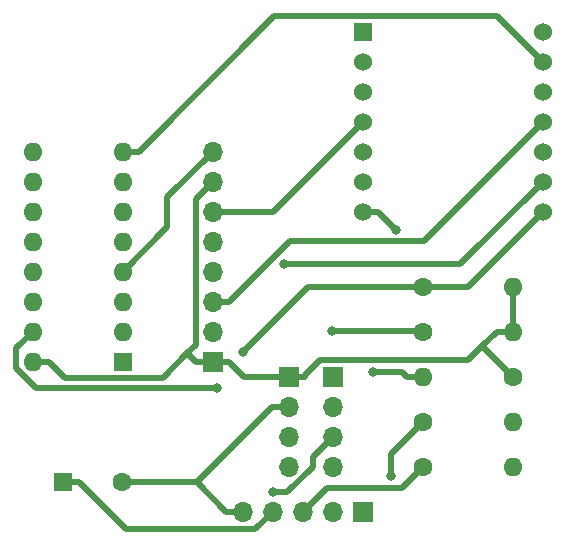
<source format=gtl>
%TF.GenerationSoftware,KiCad,Pcbnew,7.0.7*%
%TF.CreationDate,2024-02-28T11:46:36+01:00*%
%TF.ProjectId,brick_test,62726963-6b5f-4746-9573-742e6b696361,rev?*%
%TF.SameCoordinates,Original*%
%TF.FileFunction,Copper,L1,Top*%
%TF.FilePolarity,Positive*%
%FSLAX46Y46*%
G04 Gerber Fmt 4.6, Leading zero omitted, Abs format (unit mm)*
G04 Created by KiCad (PCBNEW 7.0.7) date 2024-02-28 11:46:36*
%MOMM*%
%LPD*%
G01*
G04 APERTURE LIST*
%TA.AperFunction,ComponentPad*%
%ADD10C,1.600000*%
%TD*%
%TA.AperFunction,ComponentPad*%
%ADD11O,1.600000X1.600000*%
%TD*%
%TA.AperFunction,ComponentPad*%
%ADD12R,1.700000X1.700000*%
%TD*%
%TA.AperFunction,ComponentPad*%
%ADD13O,1.700000X1.700000*%
%TD*%
%TA.AperFunction,ComponentPad*%
%ADD14R,1.530000X1.530000*%
%TD*%
%TA.AperFunction,ComponentPad*%
%ADD15C,1.530000*%
%TD*%
%TA.AperFunction,ComponentPad*%
%ADD16R,1.600000X1.600000*%
%TD*%
%TA.AperFunction,ViaPad*%
%ADD17C,0.800000*%
%TD*%
%TA.AperFunction,Conductor*%
%ADD18C,0.500000*%
%TD*%
G04 APERTURE END LIST*
D10*
X63500000Y-58420000D03*
D11*
X71120000Y-58420000D03*
D10*
X63500000Y-69850000D03*
D11*
X71120000Y-69850000D03*
D12*
X58420000Y-73660000D03*
D13*
X55880000Y-73660000D03*
X53340000Y-73660000D03*
X50800000Y-73660000D03*
X48260000Y-73660000D03*
D12*
X45720000Y-60960000D03*
D13*
X45720000Y-58420000D03*
X45720000Y-55880000D03*
X45720000Y-53340000D03*
X45720000Y-50800000D03*
X45720000Y-48260000D03*
X45720000Y-45720000D03*
X45720000Y-43180000D03*
D10*
X63500000Y-66040000D03*
D11*
X71120000Y-66040000D03*
D12*
X55880000Y-62230000D03*
D13*
X55880000Y-64770000D03*
X55880000Y-67310000D03*
X55880000Y-69850000D03*
D12*
X52146700Y-62230000D03*
D13*
X52146700Y-64770000D03*
X52146700Y-67310000D03*
X52146700Y-69850000D03*
D14*
X58420000Y-33020000D03*
D15*
X58420000Y-35560000D03*
X58420000Y-38100000D03*
X58420000Y-40640000D03*
X58420000Y-43180000D03*
X58420000Y-45720000D03*
X58420000Y-48260000D03*
X73660000Y-48260000D03*
X73660000Y-45720000D03*
X73660000Y-43180000D03*
X73660000Y-40640000D03*
X73660000Y-38100000D03*
X73660000Y-35560000D03*
X73660000Y-33020000D03*
D16*
X33020000Y-71120000D03*
D10*
X38020000Y-71120000D03*
X63500000Y-54610000D03*
D11*
X71120000Y-54610000D03*
D16*
X38100000Y-60960000D03*
D11*
X38100000Y-58420000D03*
X38100000Y-55880000D03*
X38100000Y-53340000D03*
X38100000Y-50800000D03*
X38100000Y-48260000D03*
X38100000Y-45720000D03*
X38100000Y-43180000D03*
X30480000Y-43180000D03*
X30480000Y-45720000D03*
X30480000Y-48260000D03*
X30480000Y-50800000D03*
X30480000Y-53340000D03*
X30480000Y-55880000D03*
X30480000Y-58420000D03*
X30480000Y-60960000D03*
D10*
X71120000Y-62230000D03*
D11*
X63500000Y-62230000D03*
D17*
X51732700Y-52726500D03*
X59237600Y-61822700D03*
X55797800Y-58357200D03*
X50815600Y-71982700D03*
X61249100Y-49774000D03*
X60775400Y-70665600D03*
X48263600Y-60136100D03*
X46060900Y-63162800D03*
D18*
X33182300Y-62310400D02*
X31831900Y-60960000D01*
X34371900Y-71120000D02*
X38383900Y-75132000D01*
X71120000Y-54610000D02*
X71120000Y-58420000D01*
X45720000Y-60960000D02*
X44318100Y-60960000D01*
X38383900Y-75132000D02*
X49328000Y-75132000D01*
X52146700Y-62230000D02*
X53548600Y-62230000D01*
X53548600Y-62054600D02*
X54775100Y-60828100D01*
X33020000Y-71120000D02*
X34371900Y-71120000D01*
X30480000Y-60960000D02*
X31831900Y-60960000D01*
X43569900Y-60211700D02*
X44318100Y-60960000D01*
X68539100Y-59649000D02*
X69768100Y-58420000D01*
X34702700Y-62310400D02*
X33182300Y-62310400D01*
X45720000Y-60960000D02*
X47121900Y-60960000D01*
X67360000Y-60828100D02*
X68539100Y-59649000D01*
X71120000Y-58420000D02*
X69768100Y-58420000D01*
X44270800Y-47169200D02*
X45720000Y-45720000D01*
X47121900Y-60960000D02*
X48391900Y-62230000D01*
X53548600Y-62230000D02*
X53548600Y-62054600D01*
X48391900Y-62230000D02*
X52146700Y-62230000D01*
X54775100Y-60828100D02*
X67360000Y-60828100D01*
X43569900Y-60211700D02*
X41469700Y-62311900D01*
X41469700Y-62311900D02*
X34704200Y-62311900D01*
X34704200Y-62311900D02*
X34702700Y-62310400D01*
X49328000Y-75132000D02*
X50800000Y-73660000D01*
X44270800Y-59510800D02*
X44270800Y-47169200D01*
X68539100Y-59649000D02*
X71120000Y-62230000D01*
X43569900Y-60211700D02*
X44270800Y-59510800D01*
X48260000Y-73660000D02*
X46858100Y-73660000D01*
X38100000Y-43180000D02*
X39451900Y-43180000D01*
X44318100Y-71120000D02*
X44356500Y-71158300D01*
X39451900Y-43180000D02*
X50928800Y-31703100D01*
X52146700Y-64770000D02*
X50744800Y-64770000D01*
X44356500Y-71158300D02*
X46858100Y-73660000D01*
X38020000Y-71120000D02*
X44318100Y-71120000D01*
X44356500Y-71158300D02*
X50744800Y-64770000D01*
X50928800Y-31703100D02*
X69803100Y-31703100D01*
X69803100Y-31703100D02*
X73660000Y-35560000D01*
X63574100Y-50725900D02*
X52276000Y-50725900D01*
X45720000Y-55880000D02*
X47121900Y-55880000D01*
X52276000Y-50725900D02*
X47121900Y-55880000D01*
X73660000Y-40640000D02*
X63574100Y-50725900D01*
X66653500Y-52726500D02*
X51732700Y-52726500D01*
X73660000Y-45720000D02*
X66653500Y-52726500D01*
X50800000Y-48260000D02*
X45720000Y-48260000D01*
X58420000Y-40640000D02*
X50800000Y-48260000D01*
X41874700Y-47025300D02*
X45720000Y-43180000D01*
X41874700Y-49565300D02*
X41874700Y-47025300D01*
X38100000Y-53340000D02*
X41874700Y-49565300D01*
X59237600Y-61822700D02*
X61740800Y-61822700D01*
X61740800Y-61822700D02*
X62148100Y-62230000D01*
X63500000Y-62230000D02*
X62148100Y-62230000D01*
X63437200Y-58357200D02*
X63500000Y-58420000D01*
X55797800Y-58357200D02*
X63437200Y-58357200D01*
X54160900Y-69855700D02*
X52033900Y-71982700D01*
X54160900Y-69029100D02*
X54160900Y-69855700D01*
X55880000Y-67310000D02*
X54160900Y-69029100D01*
X52033900Y-71982700D02*
X50815600Y-71982700D01*
X60775400Y-70665600D02*
X60775400Y-68764600D01*
X58420000Y-48260000D02*
X59735100Y-48260000D01*
X59735100Y-48260000D02*
X61249100Y-49774000D01*
X60775400Y-68764600D02*
X63500000Y-66040000D01*
X30480000Y-58420000D02*
X29086700Y-59813300D01*
X63500000Y-54610000D02*
X67310000Y-54610000D01*
X48263600Y-60136100D02*
X53789700Y-54610000D01*
X30746200Y-63162800D02*
X46060900Y-63162800D01*
X29086700Y-61503300D02*
X30746200Y-63162800D01*
X67310000Y-54610000D02*
X73660000Y-48260000D01*
X53789700Y-54610000D02*
X63500000Y-54610000D01*
X29086700Y-59813300D02*
X29086700Y-61503300D01*
X53340000Y-73660000D02*
X55382500Y-71617500D01*
X61732500Y-71617500D02*
X63500000Y-69850000D01*
X55382500Y-71617500D02*
X61732500Y-71617500D01*
M02*

</source>
